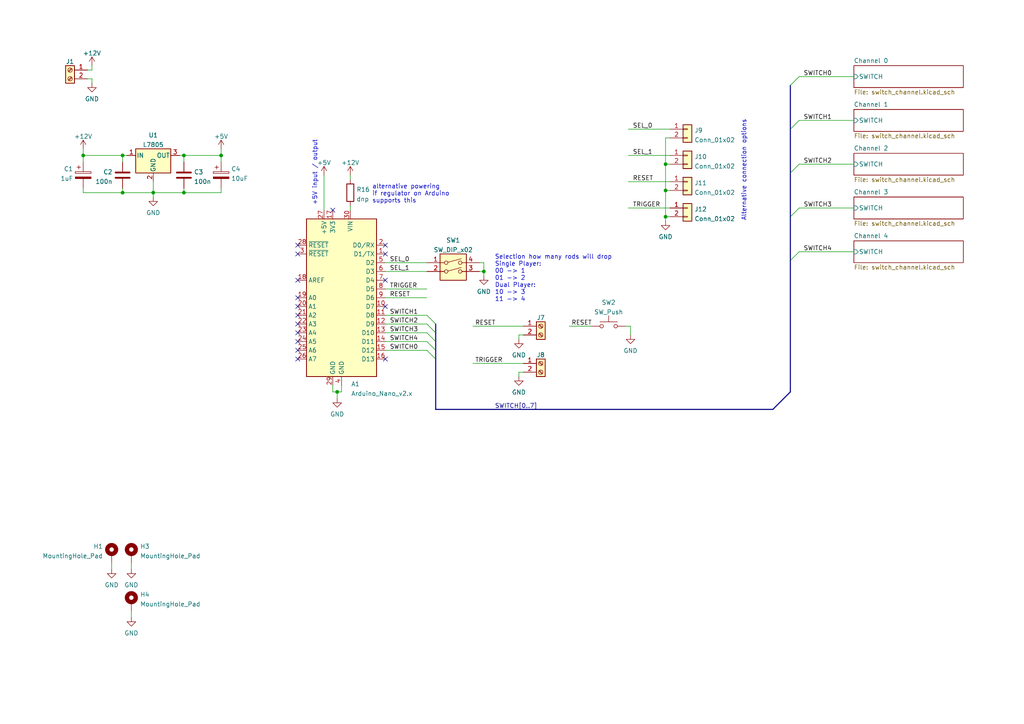
<source format=kicad_sch>
(kicad_sch (version 20211123) (generator eeschema)
  (paper "A4")
  (lib_symbols
    (symbol "Connector:Screw_Terminal_01x02" (pin_names (offset 1.016) hide)
      (property "Reference" "J" (at 0 2.54 0))
      (property "Value" "Screw_Terminal_01x02" (at 0 -5.08 0))
      (symbol "Screw_Terminal_01x02_1_1"
        (rectangle (start -1.27 1.27) (end 1.27 -3.81) (stroke (width 0.254)) (fill (type background)))
        (circle (center 0 -2.54) (radius 0.635) (stroke (width 0.1524)))
        (polyline (pts (xy -0.5334 -2.2098) (xy 0.3302 -3.048)) (stroke (width 0.1524)))
        (polyline (pts (xy -0.5334 0.3302) (xy 0.3302 -0.508)) (stroke (width 0.1524)))
        (polyline (pts (xy -0.3556 -2.032) (xy 0.508 -2.8702)) (stroke (width 0.1524)))
        (polyline (pts (xy -0.3556 0.508) (xy 0.508 -0.3302)) (stroke (width 0.1524)))
        (circle (center 0 0) (radius 0.635) (stroke (width 0.1524)))
        (pin passive line (at -5.08 0 0) (length 3.81) (name "Pin_1") (number "1"))
        (pin passive line (at -5.08 -2.54 0) (length 3.81) (name "Pin_2") (number "2"))
      )
    )
    (symbol "Connector_Generic:Conn_01x02" (pin_names (offset 1.016) hide)
      (property "Reference" "J" (at 0 2.54 0))
      (property "Value" "Conn_01x02" (at 0 -5.08 0))
      (symbol "Conn_01x02_1_1"
        (rectangle (start -1.27 -2.413) (end 0 -2.667) (stroke (width 0.1524)))
        (rectangle (start -1.27 0.127) (end 0 -0.127) (stroke (width 0.1524)))
        (rectangle (start -1.27 1.27) (end 1.27 -3.81) (stroke (width 0.254)) (fill (type background)))
        (pin passive line (at -5.08 0 0) (length 3.81) (name "Pin_1") (number "1"))
        (pin passive line (at -5.08 -2.54 0) (length 3.81) (name "Pin_2") (number "2"))
      )
    )
    (symbol "Device:C" (pin_numbers hide) (pin_names (offset 0.254))
      (property "Reference" "C" (at 0.635 2.54 0))
      (property "Value" "C" (at 0.635 -2.54 0))
      (symbol "C_0_1"
        (polyline (pts (xy -2.032 -0.762) (xy 2.032 -0.762)) (stroke (width 0.508)))
        (polyline (pts (xy -2.032 0.762) (xy 2.032 0.762)) (stroke (width 0.508)))
      )
      (symbol "C_1_1"
        (pin passive line (at 0 3.81 270) (length 2.794) (name "~") (number "1"))
        (pin passive line (at 0 -3.81 90) (length 2.794) (name "~") (number "2"))
      )
    )
    (symbol "Device:C_Polarized" (pin_numbers hide) (pin_names (offset 0.254))
      (property "Reference" "C" (at 0.635 2.54 0))
      (property "Value" "C_Polarized" (at 0.635 -2.54 0))
      (symbol "C_Polarized_0_1"
        (rectangle (start -2.286 0.508) (end 2.286 1.016))
        (polyline (pts (xy -1.778 2.286) (xy -0.762 2.286)))
        (polyline (pts (xy -1.27 2.794) (xy -1.27 1.778)))
        (rectangle (start 2.286 -0.508) (end -2.286 -1.016) (fill (type outline)))
      )
      (symbol "C_Polarized_1_1"
        (pin passive line (at 0 3.81 270) (length 2.794) (name "~") (number "1"))
        (pin passive line (at 0 -3.81 90) (length 2.794) (name "~") (number "2"))
      )
    )
    (symbol "Device:R" (pin_numbers hide) (pin_names (offset 0))
      (property "Reference" "R" (at 2.032 0 90))
      (property "Value" "R" (at 0 0 90))
      (symbol "R_0_1"
        (rectangle (start -1.016 -2.54) (end 1.016 2.54) (stroke (width 0.254)))
      )
      (symbol "R_1_1"
        (pin passive line (at 0 3.81 270) (length 1.27) (name "~") (number "1"))
        (pin passive line (at 0 -3.81 90) (length 1.27) (name "~") (number "2"))
      )
    )
    (symbol "MCU_Module:Arduino_Nano_v2.x"
      (property "Reference" "A" (at -10.16 23.495 0))
      (property "Value" "Arduino_Nano_v2.x" (at 5.08 -24.13 0))
      (symbol "Arduino_Nano_v2.x_0_1"
        (rectangle (start -10.16 22.86) (end 10.16 -22.86) (stroke (width 0.254)) (fill (type background)))
      )
      (symbol "Arduino_Nano_v2.x_1_1"
        (pin bidirectional line (at -12.7 12.7 0) (length 2.54) (name "D1/TX") (number "1"))
        (pin bidirectional line (at -12.7 -2.54 0) (length 2.54) (name "D7") (number "10"))
        (pin bidirectional line (at -12.7 -5.08 0) (length 2.54) (name "D8") (number "11"))
        (pin bidirectional line (at -12.7 -7.62 0) (length 2.54) (name "D9") (number "12"))
        (pin bidirectional line (at -12.7 -10.16 0) (length 2.54) (name "D10") (number "13"))
        (pin bidirectional line (at -12.7 -12.7 0) (length 2.54) (name "D11") (number "14"))
        (pin bidirectional line (at -12.7 -15.24 0) (length 2.54) (name "D12") (number "15"))
        (pin bidirectional line (at -12.7 -17.78 0) (length 2.54) (name "D13") (number "16"))
        (pin power_out line (at 2.54 25.4 270) (length 2.54) (name "3V3") (number "17"))
        (pin input line (at 12.7 5.08 180) (length 2.54) (name "AREF") (number "18"))
        (pin bidirectional line (at 12.7 0 180) (length 2.54) (name "A0") (number "19"))
        (pin bidirectional line (at -12.7 15.24 0) (length 2.54) (name "D0/RX") (number "2"))
        (pin bidirectional line (at 12.7 -2.54 180) (length 2.54) (name "A1") (number "20"))
        (pin bidirectional line (at 12.7 -5.08 180) (length 2.54) (name "A2") (number "21"))
        (pin bidirectional line (at 12.7 -7.62 180) (length 2.54) (name "A3") (number "22"))
        (pin bidirectional line (at 12.7 -10.16 180) (length 2.54) (name "A4") (number "23"))
        (pin bidirectional line (at 12.7 -12.7 180) (length 2.54) (name "A5") (number "24"))
        (pin bidirectional line (at 12.7 -15.24 180) (length 2.54) (name "A6") (number "25"))
        (pin bidirectional line (at 12.7 -17.78 180) (length 2.54) (name "A7") (number "26"))
        (pin power_out line (at 5.08 25.4 270) (length 2.54) (name "+5V") (number "27"))
        (pin input line (at 12.7 15.24 180) (length 2.54) (name "~{RESET}") (number "28"))
        (pin power_in line (at 2.54 -25.4 90) (length 2.54) (name "GND") (number "29"))
        (pin input line (at 12.7 12.7 180) (length 2.54) (name "~{RESET}") (number "3"))
        (pin power_in line (at -2.54 25.4 270) (length 2.54) (name "VIN") (number "30"))
        (pin power_in line (at 0 -25.4 90) (length 2.54) (name "GND") (number "4"))
        (pin bidirectional line (at -12.7 10.16 0) (length 2.54) (name "D2") (number "5"))
        (pin bidirectional line (at -12.7 7.62 0) (length 2.54) (name "D3") (number "6"))
        (pin bidirectional line (at -12.7 5.08 0) (length 2.54) (name "D4") (number "7"))
        (pin bidirectional line (at -12.7 2.54 0) (length 2.54) (name "D5") (number "8"))
        (pin bidirectional line (at -12.7 0 0) (length 2.54) (name "D6") (number "9"))
      )
    )
    (symbol "Mechanical:MountingHole_Pad" (pin_numbers hide) (pin_names (offset 1.016) hide)
      (property "Reference" "H" (at 0 6.35 0))
      (property "Value" "MountingHole_Pad" (at 0 4.445 0))
      (symbol "MountingHole_Pad_0_1"
        (circle (center 0 1.27) (radius 1.27) (stroke (width 1.27)))
      )
      (symbol "MountingHole_Pad_1_1"
        (pin input line (at 0 -2.54 90) (length 2.54) (name "1") (number "1"))
      )
    )
    (symbol "Regulator_Linear:L7805" (pin_names (offset 0.254))
      (property "Reference" "U" (at -3.81 3.175 0))
      (property "Value" "L7805" (at 0 3.175 0))
      (symbol "L7805_0_1"
        (rectangle (start -5.08 1.905) (end 5.08 -5.08) (stroke (width 0.254)) (fill (type background)))
      )
      (symbol "L7805_1_1"
        (pin power_in line (at -7.62 0 0) (length 2.54) (name "IN") (number "1"))
        (pin power_in line (at 0 -7.62 90) (length 2.54) (name "GND") (number "2"))
        (pin power_out line (at 7.62 0 180) (length 2.54) (name "OUT") (number "3"))
      )
    )
    (symbol "Switch:SW_DIP_x02" (pin_names (offset 0) hide)
      (property "Reference" "SW" (at 0 6.35 0))
      (property "Value" "SW_DIP_x02" (at 0 -3.81 0))
      (symbol "SW_DIP_x02_0_0"
        (circle (center -2.032 0) (radius 0.508))
        (circle (center -2.032 2.54) (radius 0.508))
        (polyline (pts (xy -1.524 0.127) (xy 2.3622 1.1684)))
        (polyline (pts (xy -1.524 2.667) (xy 2.3622 3.7084)))
        (circle (center 2.032 0) (radius 0.508))
        (circle (center 2.032 2.54) (radius 0.508))
      )
      (symbol "SW_DIP_x02_0_1"
        (rectangle (start -3.81 5.08) (end 3.81 -2.54) (stroke (width 0.254)) (fill (type background)))
      )
      (symbol "SW_DIP_x02_1_1"
        (pin passive line (at -7.62 2.54 0) (length 5.08) (name "~") (number "1"))
        (pin passive line (at -7.62 0 0) (length 5.08) (name "~") (number "2"))
        (pin passive line (at 7.62 0 180) (length 5.08) (name "~") (number "3"))
        (pin passive line (at 7.62 2.54 180) (length 5.08) (name "~") (number "4"))
      )
    )
    (symbol "Switch:SW_Push" (pin_numbers hide) (pin_names (offset 1.016) hide)
      (property "Reference" "SW" (at 1.27 2.54 0))
      (property "Value" "SW_Push" (at 0 -1.524 0))
      (symbol "SW_Push_0_1"
        (circle (center -2.032 0) (radius 0.508))
        (polyline (pts (xy 0 1.27) (xy 0 3.048)))
        (polyline (pts (xy 2.54 1.27) (xy -2.54 1.27)))
        (circle (center 2.032 0) (radius 0.508))
        (pin passive line (at -5.08 0 0) (length 2.54) (name "1") (number "1"))
        (pin passive line (at 5.08 0 180) (length 2.54) (name "2") (number "2"))
      )
    )
    (symbol "power:+12V" (power) (pin_names (offset 0))
      (property "Value" "+12V" (at 0 3.556 0))
      (symbol "+12V_0_1"
        (polyline (pts (xy -0.762 1.27) (xy 0 2.54)))
        (polyline (pts (xy 0 0) (xy 0 2.54)))
        (polyline (pts (xy 0 2.54) (xy 0.762 1.27)))
      )
      (symbol "+12V_1_1"
        (pin power_in line (at 0 0 90) (length 0) hide (name "+12V") (number "1"))
      )
    )
    (symbol "power:+5V" (power) (pin_names (offset 0))
      (property "Value" "+5V" (at 0 3.556 0))
      (symbol "+5V_0_1"
        (polyline (pts (xy -0.762 1.27) (xy 0 2.54)))
        (polyline (pts (xy 0 0) (xy 0 2.54)))
        (polyline (pts (xy 0 2.54) (xy 0.762 1.27)))
      )
      (symbol "+5V_1_1"
        (pin power_in line (at 0 0 90) (length 0) hide (name "+5V") (number "1"))
      )
    )
    (symbol "power:GND" (power) (pin_names (offset 0))
      (property "Value" "GND" (at 0 -3.81 0))
      (symbol "GND_0_1"
        (polyline (pts (xy 0 0) (xy 0 -1.27) (xy 1.27 -1.27) (xy 0 -2.54) (xy -1.27 -1.27) (xy 0 -1.27)))
      )
      (symbol "GND_1_1"
        (pin power_in line (at 0 0 270) (length 0) hide (name "GND") (number "1"))
      )
    )
  )
  (junction (at 140.335 78.74))
  (junction (at 35.56 45.085))
  (junction (at 53.34 45.085))
  (junction (at 193.04 55.245))
  (junction (at 193.04 47.625))
  (junction (at 44.45 55.88))
  (junction (at 53.34 55.88))
  (junction (at 24.13 45.085))
  (junction (at 97.79 113.665))
  (junction (at 35.56 55.88))
  (junction (at 64.135 45.085))
  (junction (at 193.04 62.865))
  (no_connect (at 96.52 60.96))
  (no_connect (at 86.36 99.06))
  (no_connect (at 86.36 88.9))
  (no_connect (at 86.36 86.36))
  (no_connect (at 86.36 71.12))
  (no_connect (at 86.36 91.44))
  (no_connect (at 86.36 81.28))
  (no_connect (at 86.36 73.66))
  (no_connect (at 111.76 88.9))
  (no_connect (at 111.76 104.14))
  (no_connect (at 111.76 71.12))
  (no_connect (at 111.76 81.28))
  (no_connect (at 111.76 73.66))
  (no_connect (at 86.36 96.52))
  (no_connect (at 86.36 93.98))
  (no_connect (at 86.36 104.14))
  (no_connect (at 86.36 101.6))
  (bus_entry (at 123.825 91.44) (size 2.54 2.54))
  (bus_entry (at 123.825 99.06) (size 2.54 2.54))
  (bus_entry (at 123.825 101.6) (size 2.54 2.54))
  (bus_entry (at 123.825 93.98) (size 2.54 2.54))
  (bus_entry (at 123.825 96.52) (size 2.54 2.54))
  (bus_entry (at 229.235 50.165) (size 2.54 -2.54))
  (bus_entry (at 229.235 62.865) (size 2.54 -2.54))
  (bus_entry (at 229.235 75.565) (size 2.54 -2.54))
  (bus_entry (at 229.235 37.465) (size 2.54 -2.54))
  (bus_entry (at 229.235 24.765) (size 2.54 -2.54))
  (wire (pts (xy 99.06 113.665) (xy 97.79 113.665)))
  (wire (pts (xy 140.335 78.74) (xy 139.065 78.74)))
  (wire (pts (xy 181.61 94.615) (xy 182.88 94.615)))
  (wire (pts (xy 44.45 52.705) (xy 44.45 55.88)))
  (wire (pts (xy 101.6 50.8) (xy 101.6 52.07)))
  (wire (pts (xy 182.88 94.615) (xy 182.88 97.155)))
  (wire (pts (xy 24.13 45.085) (xy 35.56 45.085)))
  (bus (pts (xy 229.235 37.465) (xy 229.235 50.165)))
  (wire (pts (xy 111.76 99.06) (xy 123.825 99.06)))
  (wire (pts (xy 52.07 45.085) (xy 53.34 45.085)))
  (wire (pts (xy 53.34 45.085) (xy 64.135 45.085)))
  (bus (pts (xy 126.365 104.14) (xy 126.365 118.745)))
  (wire (pts (xy 111.76 101.6) (xy 123.825 101.6)))
  (wire (pts (xy 182.245 52.705) (xy 194.31 52.705)))
  (wire (pts (xy 111.76 78.74) (xy 123.825 78.74)))
  (wire (pts (xy 151.765 107.95) (xy 150.495 107.95)))
  (wire (pts (xy 150.495 97.155) (xy 150.495 98.425)))
  (wire (pts (xy 193.04 55.245) (xy 193.04 62.865)))
  (wire (pts (xy 24.13 55.88) (xy 35.56 55.88)))
  (bus (pts (xy 229.235 62.865) (xy 229.235 75.565)))
  (wire (pts (xy 26.67 22.86) (xy 26.67 24.13)))
  (wire (pts (xy 194.31 40.005) (xy 193.04 40.005)))
  (wire (pts (xy 97.79 113.665) (xy 97.79 115.57)))
  (wire (pts (xy 64.135 46.99) (xy 64.135 45.085)))
  (bus (pts (xy 126.365 118.745) (xy 224.155 118.745)))
  (wire (pts (xy 165.1 94.615) (xy 171.45 94.615)))
  (wire (pts (xy 53.34 45.085) (xy 53.34 46.99)))
  (wire (pts (xy 35.56 54.61) (xy 35.56 55.88)))
  (wire (pts (xy 38.1 163.195) (xy 38.1 165.1)))
  (wire (pts (xy 26.67 19.05) (xy 26.67 20.32)))
  (wire (pts (xy 139.065 76.2) (xy 140.335 76.2)))
  (wire (pts (xy 231.775 47.625) (xy 247.65 47.625)))
  (bus (pts (xy 229.235 50.165) (xy 229.235 62.865)))
  (wire (pts (xy 111.76 93.98) (xy 123.825 93.98)))
  (wire (pts (xy 64.135 45.085) (xy 64.135 43.18)))
  (wire (pts (xy 111.76 76.2) (xy 123.825 76.2)))
  (wire (pts (xy 150.495 107.95) (xy 150.495 109.22)))
  (wire (pts (xy 64.135 55.88) (xy 53.34 55.88)))
  (wire (pts (xy 193.04 47.625) (xy 194.31 47.625)))
  (wire (pts (xy 137.16 94.615) (xy 151.765 94.615)))
  (bus (pts (xy 126.365 101.6) (xy 126.365 104.14)))
  (wire (pts (xy 93.98 50.8) (xy 93.98 60.96)))
  (bus (pts (xy 229.235 24.765) (xy 229.235 37.465)))
  (wire (pts (xy 99.06 111.76) (xy 99.06 113.665)))
  (wire (pts (xy 36.83 45.085) (xy 35.56 45.085)))
  (bus (pts (xy 229.235 113.665) (xy 224.155 118.745)))
  (wire (pts (xy 193.04 62.865) (xy 194.31 62.865)))
  (wire (pts (xy 24.13 54.61) (xy 24.13 55.88)))
  (wire (pts (xy 111.76 86.36) (xy 123.825 86.36)))
  (wire (pts (xy 182.245 37.465) (xy 194.31 37.465)))
  (wire (pts (xy 193.04 47.625) (xy 193.04 55.245)))
  (bus (pts (xy 229.235 75.565) (xy 229.235 113.665)))
  (wire (pts (xy 111.76 96.52) (xy 123.825 96.52)))
  (wire (pts (xy 25.4 20.32) (xy 26.67 20.32)))
  (wire (pts (xy 96.52 111.76) (xy 96.52 113.665)))
  (wire (pts (xy 44.45 55.88) (xy 53.34 55.88)))
  (wire (pts (xy 231.775 34.925) (xy 247.65 34.925)))
  (wire (pts (xy 44.45 55.88) (xy 44.45 57.15)))
  (wire (pts (xy 24.13 46.99) (xy 24.13 45.085)))
  (wire (pts (xy 96.52 113.665) (xy 97.79 113.665)))
  (bus (pts (xy 126.365 99.06) (xy 126.365 101.6)))
  (wire (pts (xy 24.13 43.18) (xy 24.13 45.085)))
  (wire (pts (xy 140.335 78.74) (xy 140.335 80.01)))
  (wire (pts (xy 53.34 54.61) (xy 53.34 55.88)))
  (wire (pts (xy 38.1 177.165) (xy 38.1 179.07)))
  (wire (pts (xy 231.775 73.025) (xy 247.65 73.025)))
  (wire (pts (xy 140.335 76.2) (xy 140.335 78.74)))
  (wire (pts (xy 182.245 60.325) (xy 194.31 60.325)))
  (wire (pts (xy 64.135 54.61) (xy 64.135 55.88)))
  (wire (pts (xy 25.4 22.86) (xy 26.67 22.86)))
  (wire (pts (xy 193.04 40.005) (xy 193.04 47.625)))
  (wire (pts (xy 137.16 105.41) (xy 151.765 105.41)))
  (wire (pts (xy 194.31 55.245) (xy 193.04 55.245)))
  (wire (pts (xy 231.775 60.325) (xy 247.65 60.325)))
  (bus (pts (xy 126.365 96.52) (xy 126.365 99.06)))
  (wire (pts (xy 111.76 83.82) (xy 123.825 83.82)))
  (wire (pts (xy 151.765 97.155) (xy 150.495 97.155)))
  (wire (pts (xy 35.56 45.085) (xy 35.56 46.99)))
  (wire (pts (xy 111.76 91.44) (xy 123.825 91.44)))
  (wire (pts (xy 182.245 45.085) (xy 194.31 45.085)))
  (bus (pts (xy 126.365 93.98) (xy 126.365 96.52)))
  (wire (pts (xy 101.6 59.69) (xy 101.6 60.96)))
  (wire (pts (xy 32.385 163.195) (xy 32.385 165.1)))
  (wire (pts (xy 231.775 22.225) (xy 247.65 22.225)))
  (wire (pts (xy 193.04 62.865) (xy 193.04 64.135)))
  (wire (pts (xy 35.56 55.88) (xy 44.45 55.88)))
  (text "Selection how many rods will drop\nSingle Player:\n00 -> 1\n01 -> 2\nDual Player:\n10 -> 3\n11 -> 4" (at 143.51 87.63 0) (effects (font (size 1.27 1.27)) (justify left bottom)))
  (text "+5V input / output" (at 92.075 59.69 90) (effects (font (size 1.27 1.27)) (justify left bottom)))
  (text "Alternative connection options" (at 216.535 64.135 90) (effects (font (size 1.27 1.27)) (justify left bottom)))
  (text "alternative powering\nif regulator on Arduino\nsupports this" (at 107.95 59.055 0) (effects (font (size 1.27 1.27)) (justify left bottom)))
  (label "SWITCH1" (at 233.045 34.925 0))
  (label "RESET" (at 165.735 94.615 0))
  (label "TRIGGER" (at 113.0265 83.82 0))
  (label "SWITCH4" (at 113.03 99.06 0))
  (label "SWITCH4" (at 233.045 73.025 0))
  (label "SWITCH3" (at 233.045 60.325 0))
  (label "SWITCH[0..7]" (at 143.51 118.745 0))
  (label "SWITCH2" (at 233.045 47.625 0))
  (label "SWITCH2" (at 113.03 93.98 0))
  (label "SEL_0" (at 183.515 37.465 0))
  (label "SWITCH0" (at 233.045 22.225 0))
  (label "SEL_0" (at 113.03 76.2 0))
  (label "TRIGGER" (at 183.515 60.325 0))
  (label "SWITCH1" (at 113.03 91.44 0))
  (label "TRIGGER" (at 137.795 105.41 0))
  (label "RESET" (at 137.795 94.615 0))
  (label "SWITCH0" (at 113.03 101.6 0))
  (label "SEL_1" (at 183.515 45.085 0))
  (label "RESET" (at 113.03 86.36 0))
  (label "RESET" (at 183.515 52.705 0))
  (label "SEL_1" (at 113.03 78.74 0))
  (label "SWITCH3" (at 113.03 96.52 0))
  (symbol (lib_id "Regulator_Linear:L7805") (at 44.45 45.085 0) (unit 1)
    (property "Reference" "U1" (at 44.45 39.2135 0))
    (property "Value" "L7805" (at 44.45 41.9886 0))
    (property "Footprint" "Package_TO_SOT_THT:TO-220-3_Vertical" (effects hide))
    (property "Datasheet" "http://www.st.com/content/ccc/resource/technical/document/datasheet/41/4f/b3/b0/12/d4/47/88/CD00000444.pdf/files/CD00000444.pdf/jcr:content/translations/en.CD00000444.pdf" (effects hide))
  )
  (symbol (lib_id "power:GND") (at 193.04 64.135 0) (mirror y) (unit 1)
    (property "Reference" "#PWR032" (effects hide))
    (property "Value" "GND" (at 193.04 68.6975 0))
  )
  (symbol (lib_id "power:+5V") (at 64.135 43.18 0) (unit 1)
    (property "Reference" "#PWR035" (effects hide))
    (property "Value" "+5V" (at 64.135 39.5755 0))
  )
  (symbol (lib_id "power:+12V") (at 24.13 43.18 0) (mirror y) (unit 1)
    (property "Reference" "#PWR033" (effects hide))
    (property "Value" "+12V" (at 24.13 39.5755 0))
  )
  (symbol (lib_id "power:GND") (at 182.88 97.155 0) (mirror y) (unit 1)
    (property "Reference" "#PWR039" (effects hide))
    (property "Value" "GND" (at 182.88 101.7175 0))
  )
  (symbol (lib_id "Device:C_Polarized") (at 24.13 50.8 0) (unit 1)
    (property "Reference" "C1" (at 21.2091 49.0025 0) (effects (justify right)))
    (property "Value" "1uF" (at 21.2091 51.7776 0) (effects (justify right)))
    (property "Footprint" "Capacitor_SMD:C_Elec_4x5.4" (effects hide))
  )
  (symbol (lib_id "Mechanical:MountingHole_Pad") (at 38.1 174.625 0) (unit 1)
    (property "Reference" "H4" (at 40.64 172.4465 0) (effects (justify left)))
    (property "Value" "MountingHole_Pad" (at 40.64 175.2216 0) (effects (justify left)))
    (property "Footprint" "MountingHole:MountingHole_3.2mm_M3_Pad_Via" (effects hide))
  )
  (symbol (lib_id "power:GND") (at 44.45 57.15 0) (mirror y) (unit 1)
    (property "Reference" "#PWR034" (effects hide))
    (property "Value" "GND" (at 44.45 61.7125 0))
  )
  (symbol (lib_id "Switch:SW_DIP_x02") (at 131.445 78.74 0) (unit 1)
    (property "Reference" "SW1" (at 131.445 69.6935 0))
    (property "Value" "SW_DIP_x02" (at 131.445 72.4686 0))
    (property "Footprint" "Button_Switch_THT:SW_DIP_SPSTx02_Piano_10.8x6.64mm_W7.62mm_P2.54mm" (effects hide))
  )
  (symbol (lib_id "Connector:Screw_Terminal_01x02") (at 20.32 20.32 0) (mirror y) (unit 1)
    (property "Reference" "J1" (at 20.32 17.8585 0))
    (property "Value" "Screw_Terminal_01x02" (effects hide))
    (property "Footprint" "TerminalBlock:TerminalBlock_bornier-2_P5.08mm" (effects hide))
  )
  (symbol (lib_id "power:GND") (at 32.385 165.1 0) (unit 1)
    (property "Reference" "#PWR038" (effects hide))
    (property "Value" "GND" (at 32.385 169.6625 0))
  )
  (symbol (lib_id "Switch:SW_Push") (at 176.53 94.615 0) (unit 1)
    (property "Reference" "SW2" (at 176.53 87.7275 0))
    (property "Value" "SW_Push" (at 176.53 90.5026 0))
    (property "Footprint" "Button_Switch_THT:SW_Tactile_SKHH_Angled" (effects hide))
  )
  (symbol (lib_id "power:+12V") (at 101.6 50.8 0) (mirror y) (unit 1)
    (property "Reference" "#PWR037" (effects hide))
    (property "Value" "+12V" (at 101.6 47.1955 0))
  )
  (symbol (lib_id "power:GND") (at 38.1 165.1 0) (unit 1)
    (property "Reference" "#PWR040" (effects hide))
    (property "Value" "GND" (at 38.1 169.6625 0))
  )
  (symbol (lib_id "Connector_Generic:Conn_01x02") (at 199.39 37.465 0) (unit 1)
    (property "Reference" "J9" (at 201.422 37.8265 0) (effects (justify left)))
    (property "Value" "Conn_01x02" (at 201.422 40.6016 0) (effects (justify left)))
    (property "Footprint" "Connector_PinHeader_2.54mm:PinHeader_1x02_P2.54mm_Vertical" (effects hide))
  )
  (symbol (lib_id "Connector:Screw_Terminal_01x02") (at 156.845 94.615 0) (unit 1)
    (property "Reference" "J7" (at 156.845 92.1535 0))
    (property "Value" "Screw_Terminal_01x02" (effects hide))
    (property "Footprint" "TerminalBlock:TerminalBlock_bornier-2_P5.08mm" (effects hide))
  )
  (symbol (lib_id "power:GND") (at 150.495 98.425 0) (mirror y) (unit 1)
    (property "Reference" "#PWR030" (effects hide))
    (property "Value" "GND" (at 150.495 102.9875 0))
  )
  (symbol (lib_id "Device:C_Polarized") (at 64.135 50.8 0) (unit 1)
    (property "Reference" "C4" (at 67.056 49.0025 0) (effects (justify left)))
    (property "Value" "10uF" (at 67.056 51.7776 0) (effects (justify left)))
    (property "Footprint" "Capacitor_SMD:C_Elec_4x5.4" (effects hide))
  )
  (symbol (lib_id "power:GND") (at 97.79 115.57 0) (unit 1)
    (property "Reference" "#PWR03" (effects hide))
    (property "Value" "GND" (at 97.79 120.1325 0))
  )
  (symbol (lib_id "Connector_Generic:Conn_01x02") (at 199.39 60.325 0) (unit 1)
    (property "Reference" "J12" (at 201.422 60.6865 0) (effects (justify left)))
    (property "Value" "Conn_01x02" (at 201.422 63.4616 0) (effects (justify left)))
    (property "Footprint" "Connector_PinHeader_2.54mm:PinHeader_1x02_P2.54mm_Vertical" (effects hide))
  )
  (symbol (lib_id "Connector:Screw_Terminal_01x02") (at 156.845 105.41 0) (unit 1)
    (property "Reference" "J8" (at 156.845 102.9485 0))
    (property "Value" "Screw_Terminal_01x02" (effects hide))
    (property "Footprint" "TerminalBlock:TerminalBlock_bornier-2_P5.08mm" (effects hide))
  )
  (symbol (lib_id "Connector_Generic:Conn_01x02") (at 199.39 52.705 0) (unit 1)
    (property "Reference" "J11" (at 201.422 53.0665 0) (effects (justify left)))
    (property "Value" "Conn_01x02" (at 201.422 55.8416 0) (effects (justify left)))
    (property "Footprint" "Connector_PinHeader_2.54mm:PinHeader_1x02_P2.54mm_Vertical" (effects hide))
  )
  (symbol (lib_id "power:GND") (at 26.67 24.13 0) (unit 1)
    (property "Reference" "#PWR02" (effects hide))
    (property "Value" "GND" (at 26.67 28.6925 0))
  )
  (symbol (lib_id "Device:R") (at 101.6 55.88 0) (unit 1)
    (property "Reference" "R16" (at 103.378 54.9715 0) (effects (justify left)))
    (property "Value" "dnp" (at 103.378 57.7466 0) (effects (justify left)))
    (property "Footprint" "Resistor_SMD:R_0603_1608Metric" (effects hide))
  )
  (symbol (lib_id "Device:C") (at 35.56 50.8 0) (unit 1)
    (property "Reference" "C2" (at 32.639 49.8915 0) (effects (justify right)))
    (property "Value" "100n" (at 32.639 52.6666 0) (effects (justify right)))
    (property "Footprint" "Capacitor_SMD:C_0603_1608Metric_Pad1.08x0.95mm_HandSolder" (effects hide))
  )
  (symbol (lib_id "Connector_Generic:Conn_01x02") (at 199.39 45.085 0) (unit 1)
    (property "Reference" "J10" (at 201.422 45.4465 0) (effects (justify left)))
    (property "Value" "Conn_01x02" (at 201.422 48.2216 0) (effects (justify left)))
    (property "Footprint" "Connector_PinHeader_2.54mm:PinHeader_1x02_P2.54mm_Vertical" (effects hide))
  )
  (symbol (lib_id "power:+12V") (at 26.67 19.05 0) (unit 1)
    (property "Reference" "#PWR01" (effects hide))
    (property "Value" "+12V" (at 26.67 15.4455 0))
  )
  (symbol (lib_id "power:+5V") (at 93.98 50.8 0) (unit 1)
    (property "Reference" "#PWR036" (effects hide))
    (property "Value" "+5V" (at 93.98 47.1955 0))
  )
  (symbol (lib_id "Mechanical:MountingHole_Pad") (at 38.1 160.655 0) (unit 1)
    (property "Reference" "H3" (at 40.64 158.4765 0) (effects (justify left)))
    (property "Value" "MountingHole_Pad" (at 40.64 161.2516 0) (effects (justify left)))
    (property "Footprint" "MountingHole:MountingHole_3.2mm_M3_Pad_Via" (effects hide))
  )
  (symbol (lib_id "power:GND") (at 38.1 179.07 0) (unit 1)
    (property "Reference" "#PWR041" (effects hide))
    (property "Value" "GND" (at 38.1 183.6325 0))
  )
  (symbol (lib_id "Mechanical:MountingHole_Pad") (at 32.385 160.655 0) (unit 1)
    (property "Reference" "H1" (at 29.845 158.4765 0) (effects (justify right)))
    (property "Value" "MountingHole_Pad" (at 29.845 161.2516 0) (effects (justify right)))
    (property "Footprint" "MountingHole:MountingHole_3.2mm_M3_Pad_Via" (effects hide))
  )
  (symbol (lib_id "Device:C") (at 53.34 50.8 0) (unit 1)
    (property "Reference" "C3" (at 56.261 49.8915 0) (effects (justify left)))
    (property "Value" "100n" (at 56.261 52.6666 0) (effects (justify left)))
    (property "Footprint" "Capacitor_SMD:C_0603_1608Metric_Pad1.08x0.95mm_HandSolder" (effects hide))
  )
  (symbol (lib_id "power:GND") (at 140.335 80.01 0) (unit 1)
    (property "Reference" "#PWR029" (effects hide))
    (property "Value" "GND" (at 140.335 84.5725 0))
  )
  (symbol (lib_id "MCU_Module:Arduino_Nano_v2.x") (at 99.06 86.36 0) (mirror y) (unit 1)
    (property "Reference" "A1" (at 101.8287 111.3695 0) (effects (justify right)))
    (property "Value" "Arduino_Nano_v2.x" (at 101.8287 114.1446 0) (effects (justify right)))
    (property "Footprint" "Module:Arduino_Nano" (effects hide))
    (property "Datasheet" "https://www.arduino.cc/en/uploads/Main/ArduinoNanoManual23.pdf" (effects hide))
  )
  (symbol (lib_id "power:GND") (at 150.495 109.22 0) (mirror y) (unit 1)
    (property "Reference" "#PWR031" (effects hide))
    (property "Value" "GND" (at 150.495 113.7825 0))
  )
  (sheet (at 247.65 57.15) (size 31.75 6.35) (stroke (width 0.1524))
    (property "Sheet name" "Channel 3" (at 247.65 56.4384 0) (effects (justify left bottom)))
    (property "Sheet file" "switch_channel.kicad_sch" (at 247.65 64.0846 0) (effects (justify left top)))
    (pin "SWITCH" input (at 247.65 60.325 180))
  )
  (sheet (at 247.65 31.75) (size 31.75 6.35) (stroke (width 0.1524))
    (property "Sheet name" "Channel 1" (at 247.65 31.0384 0) (effects (justify left bottom)))
    (property "Sheet file" "switch_channel.kicad_sch" (at 247.65 38.6846 0) (effects (justify left top)))
    (pin "SWITCH" input (at 247.65 34.925 180))
  )
  (sheet (at 247.65 19.05) (size 31.75 6.35) (stroke (width 0.1524))
    (property "Sheet name" "Channel 0" (at 247.65 18.3384 0) (effects (justify left bottom)))
    (property "Sheet file" "switch_channel.kicad_sch" (at 247.65 25.9846 0) (effects (justify left top)))
    (pin "SWITCH" input (at 247.65 22.225 180))
  )
  (sheet (at 247.65 44.45) (size 31.75 6.35) (stroke (width 0.1524))
    (property "Sheet name" "Channel 2" (at 247.65 43.7384 0) (effects (justify left bottom)))
    (property "Sheet file" "switch_channel.kicad_sch" (at 247.65 51.3846 0) (effects (justify left top)))
    (pin "SWITCH" input (at 247.65 47.625 180))
  )
  (sheet (at 247.65 69.85) (size 31.75 6.35) (stroke (width 0.1524))
    (property "Sheet name" "Channel 4" (at 247.65 69.1384 0) (effects (justify left bottom)))
    (property "Sheet file" "switch_channel.kicad_sch" (at 247.65 76.7846 0) (effects (justify left top)))
    (pin "SWITCH" input (at 247.65 73.025 180))
  )
)
</source>
